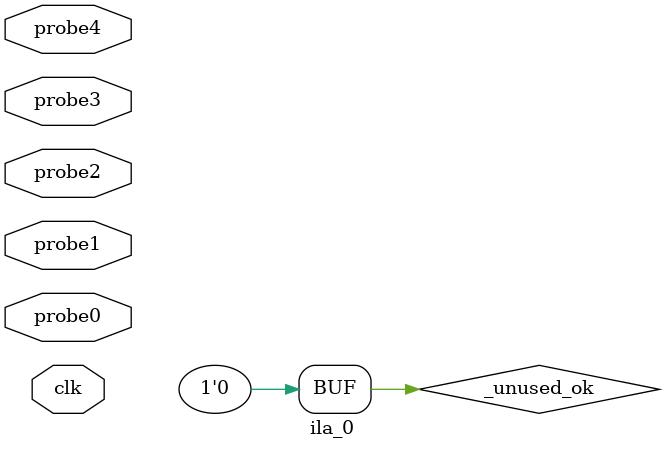
<source format=sv>
module ila_0 (
	input wire clk,
	input wire probe0,
	input wire probe1,
	input wire probe2,
	input wire probe3,
	input wire [1:0] probe4
//	input wire probe5,
//	input wire probe6,
//	input wire probe7,
//	input wire probe8,
//	input wire probe9,
//	input wire probe10,
//	input wire probe11,
//	input wire probe12,
//	input wire probe13
);

wire _unused_ok = &{
	1'b0,
	clk,
	probe0,
	probe1,
	probe2,
	probe3,
	probe4,
//	probe5,
//	probe6,
//	probe7,
//	probe8,
//	probe9,
//	probe10,
//	probe11,
//	probe12,
//	probe13,
	1'b0
};

endmodule


</source>
